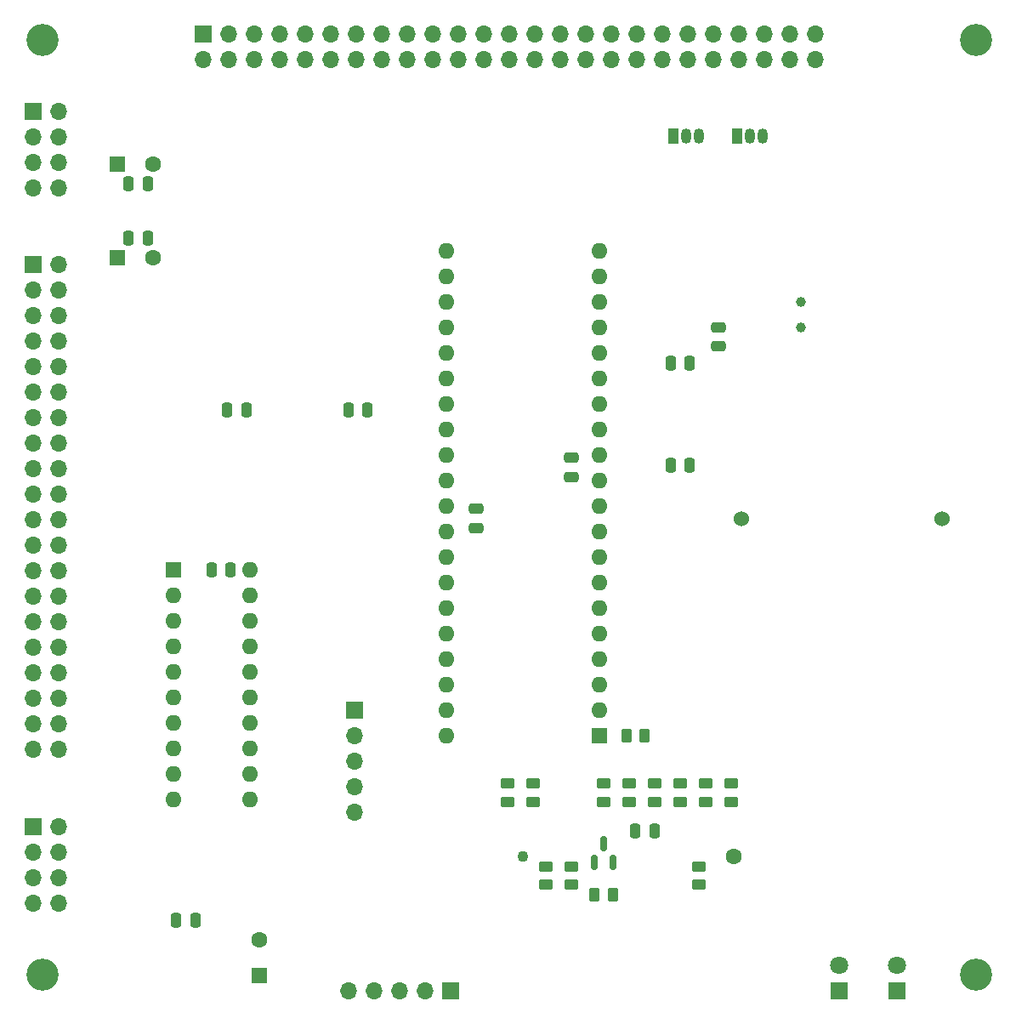
<source format=gbr>
%TF.GenerationSoftware,KiCad,Pcbnew,7.0.0-da2b9df05c~171~ubuntu22.04.1*%
%TF.CreationDate,2023-03-08T20:12:18-05:00*%
%TF.ProjectId,main,6d61696e-2e6b-4696-9361-645f70636258,rev?*%
%TF.SameCoordinates,Original*%
%TF.FileFunction,Soldermask,Bot*%
%TF.FilePolarity,Negative*%
%FSLAX46Y46*%
G04 Gerber Fmt 4.6, Leading zero omitted, Abs format (unit mm)*
G04 Created by KiCad (PCBNEW 7.0.0-da2b9df05c~171~ubuntu22.04.1) date 2023-03-08 20:12:18*
%MOMM*%
%LPD*%
G01*
G04 APERTURE LIST*
G04 Aperture macros list*
%AMRoundRect*
0 Rectangle with rounded corners*
0 $1 Rounding radius*
0 $2 $3 $4 $5 $6 $7 $8 $9 X,Y pos of 4 corners*
0 Add a 4 corners polygon primitive as box body*
4,1,4,$2,$3,$4,$5,$6,$7,$8,$9,$2,$3,0*
0 Add four circle primitives for the rounded corners*
1,1,$1+$1,$2,$3*
1,1,$1+$1,$4,$5*
1,1,$1+$1,$6,$7*
1,1,$1+$1,$8,$9*
0 Add four rect primitives between the rounded corners*
20,1,$1+$1,$2,$3,$4,$5,0*
20,1,$1+$1,$4,$5,$6,$7,0*
20,1,$1+$1,$6,$7,$8,$9,0*
20,1,$1+$1,$8,$9,$2,$3,0*%
G04 Aperture macros list end*
%ADD10C,3.200000*%
%ADD11R,1.700000X1.700000*%
%ADD12O,1.700000X1.700000*%
%ADD13R,1.600000X1.600000*%
%ADD14C,1.600000*%
%ADD15C,1.100000*%
%ADD16O,1.600000X1.600000*%
%ADD17R,1.800000X1.800000*%
%ADD18C,1.800000*%
%ADD19C,1.000000*%
%ADD20R,1.050000X1.500000*%
%ADD21O,1.050000X1.500000*%
%ADD22C,1.524000*%
%ADD23RoundRect,0.250000X0.475000X-0.250000X0.475000X0.250000X-0.475000X0.250000X-0.475000X-0.250000X0*%
%ADD24RoundRect,0.250000X0.250000X0.475000X-0.250000X0.475000X-0.250000X-0.475000X0.250000X-0.475000X0*%
%ADD25RoundRect,0.250000X-0.250000X-0.475000X0.250000X-0.475000X0.250000X0.475000X-0.250000X0.475000X0*%
%ADD26RoundRect,0.250000X-0.475000X0.250000X-0.475000X-0.250000X0.475000X-0.250000X0.475000X0.250000X0*%
%ADD27RoundRect,0.250000X0.450000X-0.262500X0.450000X0.262500X-0.450000X0.262500X-0.450000X-0.262500X0*%
%ADD28RoundRect,0.250000X0.262500X0.450000X-0.262500X0.450000X-0.262500X-0.450000X0.262500X-0.450000X0*%
%ADD29RoundRect,0.150000X0.150000X-0.587500X0.150000X0.587500X-0.150000X0.587500X-0.150000X-0.587500X0*%
%ADD30RoundRect,0.250000X-0.262500X-0.450000X0.262500X-0.450000X0.262500X0.450000X-0.262500X0.450000X0*%
%ADD31RoundRect,0.250000X-0.450000X0.262500X-0.450000X-0.262500X0.450000X-0.262500X0.450000X0.262500X0*%
G04 APERTURE END LIST*
D10*
%TO.C,M1*%
X116500000Y-23500000D03*
%TD*%
%TO.C,M2*%
X116500000Y-116500000D03*
%TD*%
%TO.C,M3*%
X23500000Y-23500000D03*
%TD*%
%TO.C,M4*%
X23500000Y-116500000D03*
%TD*%
D11*
%TO.C,J1*%
X22539999Y-101779999D03*
D12*
X25079999Y-101779999D03*
X22539999Y-104319999D03*
X25079999Y-104319999D03*
X22539999Y-106859999D03*
X25079999Y-106859999D03*
X22539999Y-109399999D03*
X25079999Y-109399999D03*
%TD*%
D11*
%TO.C,J5*%
X22539999Y-30599999D03*
D12*
X25079999Y-30599999D03*
X22539999Y-33139999D03*
X25079999Y-33139999D03*
X22539999Y-35679999D03*
X25079999Y-35679999D03*
X22539999Y-38219999D03*
X25079999Y-38219999D03*
%TD*%
D11*
%TO.C,J2*%
X22539999Y-45869999D03*
D12*
X25079999Y-45869999D03*
X22539999Y-48409999D03*
X25079999Y-48409999D03*
X22539999Y-50949999D03*
X25079999Y-50949999D03*
X22539999Y-53489999D03*
X25079999Y-53489999D03*
X22539999Y-56029999D03*
X25079999Y-56029999D03*
X22539999Y-58569999D03*
X25079999Y-58569999D03*
X22539999Y-61109999D03*
X25079999Y-61109999D03*
X22539999Y-63649999D03*
X25079999Y-63649999D03*
X22539999Y-66189999D03*
X25079999Y-66189999D03*
X22539999Y-68729999D03*
X25079999Y-68729999D03*
X22539999Y-71269999D03*
X25079999Y-71269999D03*
X22539999Y-73809999D03*
X25079999Y-73809999D03*
X22539999Y-76349999D03*
X25079999Y-76349999D03*
X22539999Y-78889999D03*
X25079999Y-78889999D03*
X22539999Y-81429999D03*
X25079999Y-81429999D03*
X22539999Y-83969999D03*
X25079999Y-83969999D03*
X22539999Y-86509999D03*
X25079999Y-86509999D03*
X22539999Y-89049999D03*
X25079999Y-89049999D03*
X22539999Y-91589999D03*
X25079999Y-91589999D03*
X22539999Y-94129999D03*
X25079999Y-94129999D03*
%TD*%
D13*
%TO.C,C4*%
X30999999Y-35892799D03*
D14*
X34500000Y-35892800D03*
%TD*%
D13*
%TO.C,C1*%
X30999999Y-45192799D03*
D14*
X34500000Y-45192800D03*
%TD*%
D13*
%TO.C,C9*%
X45084999Y-116587699D03*
D14*
X45085000Y-113087700D03*
%TD*%
D15*
%TO.C,J9*%
X71370000Y-104775000D03*
D14*
X92370000Y-104775000D03*
%TD*%
D13*
%TO.C,U2*%
X78993999Y-92709999D03*
D16*
X78993999Y-90169999D03*
X78993999Y-87629999D03*
X78993999Y-85089999D03*
X78993999Y-82549999D03*
X78993999Y-80009999D03*
X78993999Y-77469999D03*
X78993999Y-74929999D03*
X78993999Y-72389999D03*
X78993999Y-69849999D03*
X78993999Y-67309999D03*
X78993999Y-64769999D03*
X78993999Y-62229999D03*
X78993999Y-59689999D03*
X78993999Y-57149999D03*
X78993999Y-54609999D03*
X78993999Y-52069999D03*
X78993999Y-49529999D03*
X78993999Y-46989999D03*
X78993999Y-44449999D03*
X63753999Y-44449999D03*
X63753999Y-46989999D03*
X63753999Y-49529999D03*
X63753999Y-52069999D03*
X63753999Y-54609999D03*
X63753999Y-57149999D03*
X63753999Y-59689999D03*
X63753999Y-62229999D03*
X63753999Y-64769999D03*
X63753999Y-67309999D03*
X63753999Y-69849999D03*
X63753999Y-72389999D03*
X63753999Y-74929999D03*
X63753999Y-77469999D03*
X63753999Y-80009999D03*
X63753999Y-82549999D03*
X63753999Y-85089999D03*
X63753999Y-87629999D03*
X63753999Y-90169999D03*
X63753999Y-92709999D03*
%TD*%
D17*
%TO.C,D2*%
X108584999Y-118109999D03*
D18*
X108585000Y-115570000D03*
%TD*%
D19*
%TO.C,Y2*%
X99060000Y-52070000D03*
X99060000Y-49530000D03*
%TD*%
D20*
%TO.C,Q2*%
X86359999Y-33019999D03*
D21*
X87629999Y-33019999D03*
X88899999Y-33019999D03*
%TD*%
D13*
%TO.C,U7*%
X36575999Y-76199999D03*
D16*
X36575999Y-78739999D03*
X36575999Y-81279999D03*
X36575999Y-83819999D03*
X36575999Y-86359999D03*
X36575999Y-88899999D03*
X36575999Y-91439999D03*
X36575999Y-93979999D03*
X36575999Y-96519999D03*
X36575999Y-99059999D03*
X44195999Y-99059999D03*
X44195999Y-96519999D03*
X44195999Y-93979999D03*
X44195999Y-91439999D03*
X44195999Y-88899999D03*
X44195999Y-86359999D03*
X44195999Y-83819999D03*
X44195999Y-81279999D03*
X44195999Y-78739999D03*
X44195999Y-76199999D03*
%TD*%
D20*
%TO.C,Q1*%
X92709999Y-33019999D03*
D21*
X93979999Y-33019999D03*
X95249999Y-33019999D03*
%TD*%
D17*
%TO.C,D1*%
X102869999Y-118119999D03*
D18*
X102870000Y-115580000D03*
%TD*%
D11*
%TO.C,U3*%
X39519999Y-22859999D03*
D12*
X39519999Y-25399999D03*
X42059999Y-22859999D03*
X42059999Y-25399999D03*
X44599999Y-22859999D03*
X44599999Y-25399999D03*
X47139999Y-22859999D03*
X47139999Y-25399999D03*
X49679999Y-22859999D03*
X49679999Y-25399999D03*
X52219999Y-22859999D03*
X52219999Y-25399999D03*
X54759999Y-22859999D03*
X54759999Y-25399999D03*
X57299999Y-22859999D03*
X57299999Y-25399999D03*
X59839999Y-22859999D03*
X59839999Y-25399999D03*
X62379999Y-22859999D03*
X62379999Y-25399999D03*
X64919999Y-22859999D03*
X64919999Y-25399999D03*
X67459999Y-22859999D03*
X67459999Y-25399999D03*
X69999999Y-22859999D03*
X69999999Y-25399999D03*
X72539999Y-22859999D03*
X72539999Y-25399999D03*
X75079999Y-22859999D03*
X75079999Y-25399999D03*
X77619999Y-22859999D03*
X77619999Y-25399999D03*
X80159999Y-22859999D03*
X80159999Y-25399999D03*
X82699999Y-22859999D03*
X82699999Y-25399999D03*
X85239999Y-22859999D03*
X85239999Y-25399999D03*
X87779999Y-22859999D03*
X87779999Y-25399999D03*
X90319999Y-22859999D03*
X90319999Y-25399999D03*
X92859999Y-22859999D03*
X92859999Y-25399999D03*
X95399999Y-22859999D03*
X95399999Y-25399999D03*
X97939999Y-22859999D03*
X97939999Y-25399999D03*
X100479999Y-22859999D03*
X100479999Y-25399999D03*
%TD*%
D11*
%TO.C,J4*%
X64134999Y-118109999D03*
D12*
X61594999Y-118109999D03*
X59054999Y-118109999D03*
X56514999Y-118109999D03*
X53974999Y-118109999D03*
%TD*%
D11*
%TO.C,J3*%
X54609999Y-90169999D03*
D12*
X54609999Y-92709999D03*
X54609999Y-95249999D03*
X54609999Y-97789999D03*
X54609999Y-100329999D03*
%TD*%
D22*
%TO.C,BT1*%
X93110000Y-71120000D03*
X113110000Y-71120000D03*
%TD*%
D23*
%TO.C,C13*%
X66675000Y-72070000D03*
X66675000Y-70170000D03*
%TD*%
D24*
%TO.C,C14*%
X43815000Y-60325000D03*
X41915000Y-60325000D03*
%TD*%
D23*
%TO.C,C18*%
X76200000Y-66990000D03*
X76200000Y-65090000D03*
%TD*%
D25*
%TO.C,C2*%
X32103900Y-37825800D03*
X34003900Y-37825800D03*
%TD*%
%TO.C,C3*%
X32103900Y-43180000D03*
X34003900Y-43180000D03*
%TD*%
D24*
%TO.C,C6*%
X38730000Y-111125000D03*
X36830000Y-111125000D03*
%TD*%
%TO.C,C8*%
X84450000Y-102235000D03*
X82550000Y-102235000D03*
%TD*%
%TO.C,C20*%
X55880000Y-60325000D03*
X53980000Y-60325000D03*
%TD*%
D26*
%TO.C,C22*%
X90805000Y-52070000D03*
X90805000Y-53970000D03*
%TD*%
D24*
%TO.C,C24*%
X42225000Y-76200000D03*
X40325000Y-76200000D03*
%TD*%
D27*
%TO.C,R13*%
X79375000Y-99337500D03*
X79375000Y-97512500D03*
%TD*%
%TO.C,R7*%
X84455000Y-99337500D03*
X84455000Y-97512500D03*
%TD*%
D28*
%TO.C,R12*%
X80287500Y-108585000D03*
X78462500Y-108585000D03*
%TD*%
D29*
%TO.C,Q3*%
X80325000Y-105380000D03*
X78425000Y-105380000D03*
X79375000Y-103505000D03*
%TD*%
D30*
%TO.C,R3*%
X81637500Y-92710000D03*
X83462500Y-92710000D03*
%TD*%
D31*
%TO.C,R10*%
X73660000Y-105767500D03*
X73660000Y-107592500D03*
%TD*%
D27*
%TO.C,R8*%
X86995000Y-99337500D03*
X86995000Y-97512500D03*
%TD*%
D25*
%TO.C,C11*%
X86045000Y-55685000D03*
X87945000Y-55685000D03*
%TD*%
%TO.C,C10*%
X86045000Y-65845000D03*
X87945000Y-65845000D03*
%TD*%
D31*
%TO.C,R5*%
X69850000Y-97512500D03*
X69850000Y-99337500D03*
%TD*%
%TO.C,R6*%
X88900000Y-105767500D03*
X88900000Y-107592500D03*
%TD*%
D27*
%TO.C,R9*%
X81915000Y-99337500D03*
X81915000Y-97512500D03*
%TD*%
D31*
%TO.C,R4*%
X72390000Y-97512500D03*
X72390000Y-99337500D03*
%TD*%
%TO.C,R11*%
X76200000Y-105767500D03*
X76200000Y-107592500D03*
%TD*%
D27*
%TO.C,R14*%
X89535000Y-99337500D03*
X89535000Y-97512500D03*
%TD*%
%TO.C,R15*%
X92075000Y-99337500D03*
X92075000Y-97512500D03*
%TD*%
M02*

</source>
